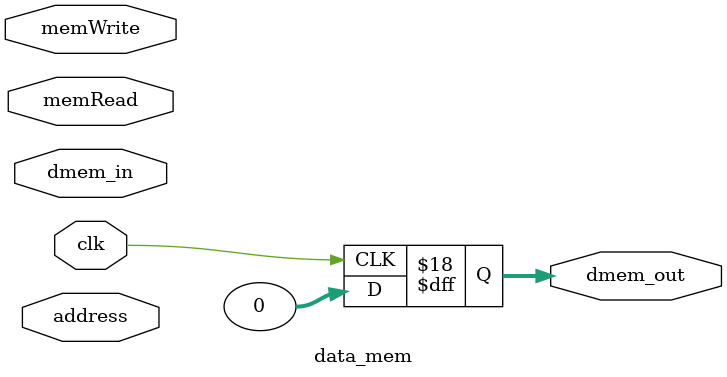
<source format=v>
module data_mem (
	clk,
	memRead,
	memWrite,
	address,
	dmem_in,
	dmem_out
	);

input  clk, memRead, memWrite;
input [6:0] address;
input [31:0] dmem_in;
output [31:0] dmem_out;

reg [31:0] dmem_out;

always @ (posedge clk)
begin
	dmem_out = 32'b00000000000000000000000000000000;
	if (memRead) begin
		case (address)
			7'b0000000 : imem_out = 32'b00000000000000000000000000001010;
			7'b0000100 : imem_out = 32'b11111111111111111111111111010001;
			7'b0001000 : imem_out = 32'b00000000000000000000000000010110;
			7'b0001100 : imem_out = 32'b11111111111111111111111111111101;
			7'b0010000 : imem_out = 32'b00000000000000000000000000001111;
			7'b0010100 : imem_out = 32'b00000000000000000000000000011011;
			7'b0011000 : imem_out = 32'b11111111111111111111111111111100;
			7'b0011100 : imem_out = 32'b00000000000000000000000000000000;
		endcase
	end
end

endmodule
</source>
